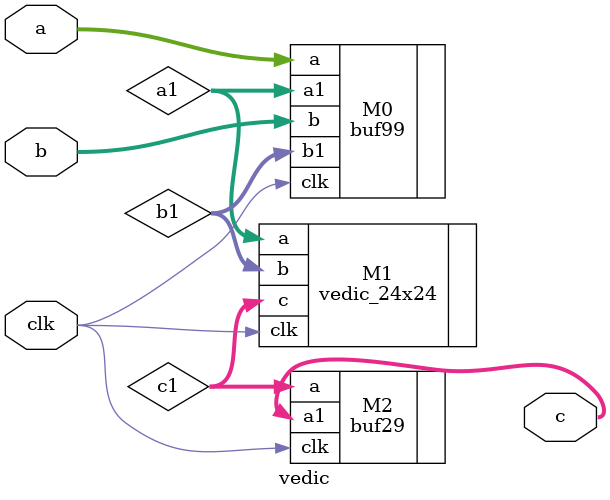
<source format=v>
`timescale 1ns / 1ps
module vedic(
    input [23:0] a,
    input [23:0] b,
    input clk,
    output [23:0] c
    );
wire [23:0] a1,b1;
wire [47:0] c1;
buf99 M0 (.a(a),.b(b),.clk(clk),.a1(a1),.b1(b1));
vedic_24x24 M1 (.a(a1),.b(b1),.clk(clk),.c(c1));
buf29   M2 (.a(c1),.clk(clk),.a1(c));

endmodule

</source>
